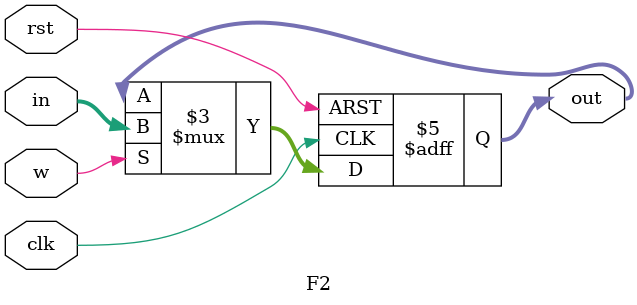
<source format=v>
module F2(
  input [15:0] in,
  input clk,rst,w,
  output reg [15:0] out);
  
  always @(negedge clk, negedge rst)
  begin
     if (!rst) begin
        out <= 16'd1;
     end   
   else if (w) begin
        #1
        out <= in;  
   end
  end
  
endmodule


</source>
